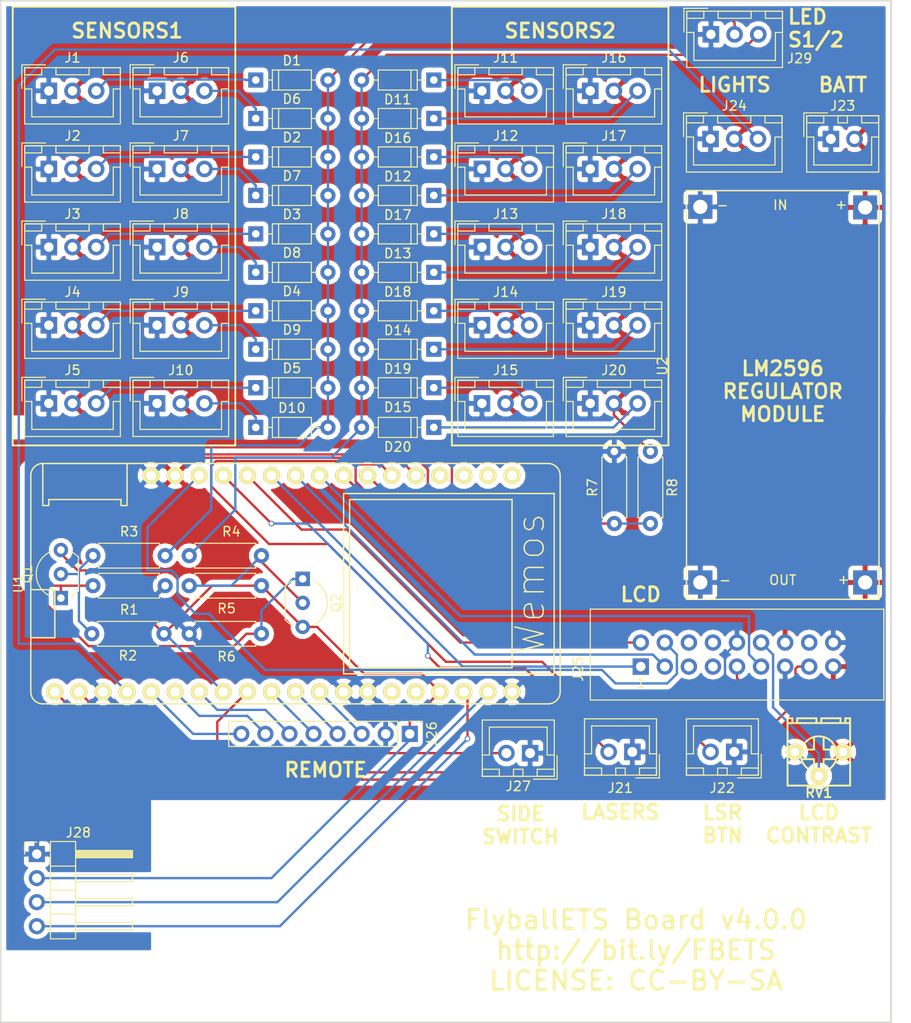
<source format=kicad_pcb>
(kicad_pcb (version 4) (host pcbnew 4.0.6)
  (layers (0 F.Cu signal) (31 B.Cu signal) (34 B.Paste user) (35 F.Paste user) (36 B.SilkS user) (37 F.SilkS user) (38 B.Mask user) (39 F.Mask user) (44 Edge.Cuts user))
  (net 0 "")
  (net 1 "Net-(D1-Pad1)")
  (net 2 S1)
  (net 3 "Net-(D2-Pad1)")
  (net 4 "Net-(D3-Pad1)")
  (net 5 "Net-(D4-Pad1)")
  (net 6 "Net-(D5-Pad1)")
  (net 7 "Net-(D6-Pad1)")
  (net 8 "Net-(D7-Pad1)")
  (net 9 "Net-(D8-Pad1)")
  (net 10 "Net-(D9-Pad1)")
  (net 11 "Net-(D10-Pad1)")
  (net 12 "Net-(D11-Pad1)")
  (net 13 S2)
  (net 14 "Net-(D12-Pad1)")
  (net 15 "Net-(D13-Pad1)")
  (net 16 "Net-(D14-Pad1)")
  (net 17 "Net-(D15-Pad1)")
  (net 18 "Net-(D16-Pad1)")
  (net 19 "Net-(D17-Pad1)")
  (net 20 "Net-(D18-Pad1)")
  (net 21 "Net-(D19-Pad1)")
  (net 22 "Net-(D20-Pad1)")
  (net 23 GND)
  (net 24 +12V)
  (net 25 LSROUT)
  (net 26 LSRBTN)
  (net 27 LDATA)
  (net 28 "Net-(J25-Pad5)")
  (net 29 "Net-(J25-Pad6)")
  (net 30 "Net-(J25-Pad7)")
  (net 31 "Net-(J25-Pad8)")
  (net 32 "Net-(J25-Pad12)")
  (net 33 +5V)
  (net 34 "Net-(J25-Pad16)")
  (net 35 "Net-(J26-Pad3)")
  (net 36 "Net-(J26-Pad4)")
  (net 37 "Net-(J26-Pad5)")
  (net 38 "Net-(J26-Pad6)")
  (net 39 "Net-(J26-Pad7)")
  (net 40 "Net-(J26-Pad8)")
  (net 41 "Net-(Q1-Pad2)")
  (net 42 S1-IN)
  (net 43 "Net-(Q2-Pad2)")
  (net 44 S2-IN)
  (net 45 "Net-(R7-Pad1)")
  (net 46 "Net-(U1-Pad22)")
  (net 47 SIDESW)
  (net 48 "Net-(U1-Pad2)")
  (net 49 /DB7)
  (net 50 /DB6)
  (net 51 /DB5)
  (net 52 E1)
  (net 53 /RS)
  (net 54 E2)
  (net 55 +3V3)
  (net 56 "Net-(U1-Pad4)")
  (net 57 "Net-(U1-Pad3)")
  (net 58 "Net-(J25-Pad4)")
  (net 59 GPSRX)
  (net 60 GPSTX)
  (net 61 "Net-(U1-Pad21)")
  (module Wemos:LoLin_32_Board (layer F.Cu) (at 95.885 95.885 270)
    (fp_text reference U1 (at 0 27.94 270) (layer F.SilkS))
    (fp_text value Wemos_LoLin32)
    (fp_text user Wemos (at 0 -26.035 270) (layer F.SilkS) (effects (font (size 3 3))))
    (pad 36 thru_hole circle (at 11.43 24.13 270) (size 1.8 1.8) (drill 1.016) (layers *.Cu *.Mask F.SilkS) (net 54 E2))
    (pad 35 thru_hole circle (at 11.43 21.59 270) (size 1.8 1.8) (drill 1.016) (layers *.Cu *.Mask F.SilkS) (net 52 E1))
    (pad 34 thru_hole circle (at 11.43 19.05 270) (size 1.8 1.8) (drill 1.016) (layers *.Cu *.Mask F.SilkS) (net 23 GND))
    (pad 33 thru_hole circle (at 11.43 16.51 270) (size 1.8 1.8) (drill 1.016) (layers *.Cu *.Mask F.SilkS) (net 27 LDATA))
    (pad 32 thru_hole circle (at 11.43 13.97 270) (size 1.8 1.8) (drill 1.016) (layers *.Cu *.Mask F.SilkS) (net 40 "Net-(J26-Pad8)"))
    (pad 31 thru_hole circle (at 11.43 11.43 270) (size 1.8 1.8) (drill 1.016) (layers *.Cu *.Mask F.SilkS) (net 39 "Net-(J26-Pad7)"))
    (pad 30 thru_hole circle (at 11.43 8.89 270) (size 1.8 1.8) (drill 1.016) (layers *.Cu *.Mask F.SilkS) (net 38 "Net-(J26-Pad6)"))
    (pad 29 thru_hole circle (at 11.43 6.35 270) (size 1.8 1.8) (drill 1.016) (layers *.Cu *.Mask F.SilkS) (net 55 +3V3))
    (pad 28 thru_hole circle (at 11.43 3.81 270) (size 1.8 1.8) (drill 1.016) (layers *.Cu *.Mask F.SilkS) (net 47 SIDESW))
    (pad 27 thru_hole circle (at 11.43 1.27 270) (size 1.8 1.8) (drill 1.016) (layers *.Cu *.Mask F.SilkS) (net 37 "Net-(J26-Pad5)"))
    (pad 26 thru_hole circle (at 11.43 -1.27 270) (size 1.8 1.8) (drill 1.016) (layers *.Cu *.Mask F.SilkS) (net 36 "Net-(J26-Pad4)"))
    (pad 25 thru_hole circle (at 11.43 -3.81 270) (size 1.8 1.8) (drill 1.016) (layers *.Cu *.Mask F.SilkS) (net 35 "Net-(J26-Pad3)"))
    (pad 16 thru_hole circle (at -11.43 13.97 270) (size 1.8 1.8) (drill 1.016) (layers *.Cu *.Mask F.SilkS) (net 23 GND))
    (pad 15 thru_hole circle (at -11.43 11.43 270) (size 1.8 1.8) (drill 1.016) (layers *.Cu *.Mask F.SilkS) (net 33 +5V))
    (pad 14 thru_hole circle (at -11.43 8.89 270) (size 1.8 1.8) (drill 1.016) (layers *.Cu *.Mask F.SilkS) (net 58 "Net-(J25-Pad4)"))
    (pad 13 thru_hole circle (at -11.43 6.35 270) (size 1.8 1.8) (drill 1.016) (layers *.Cu *.Mask F.SilkS) (net 25 LSROUT))
    (pad 12 thru_hole circle (at -11.43 3.81 270) (size 1.8 1.8) (drill 1.016) (layers *.Cu *.Mask F.SilkS) (net 50 /DB6))
    (pad 11 thru_hole circle (at -11.43 1.27 270) (size 1.8 1.8) (drill 1.016) (layers *.Cu *.Mask F.SilkS) (net 49 /DB7))
    (pad 10 thru_hole circle (at -11.43 -1.27 270) (size 1.8 1.8) (drill 1.016) (layers *.Cu *.Mask F.SilkS) (net 51 /DB5))
    (pad 9 thru_hole circle (at -11.43 -3.81 270) (size 1.8 1.8) (drill 1.016) (layers *.Cu *.Mask F.SilkS) (net 53 /RS))
    (pad 8 thru_hole circle (at -11.43 -6.35 270) (size 1.8 1.8) (drill 1.016) (layers *.Cu *.Mask F.SilkS) (net 45 "Net-(R7-Pad1)"))
    (pad 7 thru_hole circle (at -11.43 -8.89 270) (size 1.8 1.8) (drill 1.016) (layers *.Cu *.Mask F.SilkS) (net 42 S1-IN))
    (pad 6 thru_hole circle (at -11.43 -11.43 270) (size 1.8 1.8) (drill 1.016) (layers *.Cu *.Mask F.SilkS) (net 44 S2-IN))
    (pad 5 thru_hole circle (at -11.43 -13.97 270) (size 1.8 1.8) (drill 1.016) (layers *.Cu *.Mask F.SilkS) (net 26 LSRBTN))
    (pad 4 thru_hole circle (at -11.43 -16.51 270) (size 1.8 1.8) (drill 1.016) (layers *.Cu *.Mask F.SilkS) (net 56 "Net-(U1-Pad4)"))
    (pad 3 thru_hole circle (at -11.43 -19.05 270) (size 1.8 1.8) (drill 1.016) (layers *.Cu *.Mask F.SilkS) (net 57 "Net-(U1-Pad3)"))
    (pad 2 thru_hole circle (at -11.43 -21.59 270) (size 1.8 1.8) (drill 1.016) (layers *.Cu *.Mask F.SilkS) (net 48 "Net-(U1-Pad2)"))
    (pad 1 thru_hole circle (at -11.43 -24.13 270) (size 1.8 1.8) (drill 1.016) (layers *.Cu *.Mask F.SilkS) (net 55 +3V3))
    (pad 24 thru_hole circle (at 11.43 -6.35 270) (size 1.8 1.8) (drill 1.016) (layers *.Cu *.Mask F.SilkS) (net 23 GND))
    (pad 23 thru_hole circle (at 11.43 -8.89 270) (size 1.8 1.8) (drill 1.016) (layers *.Cu *.Mask F.SilkS) (net 23 GND))
    (pad 22 thru_hole circle (at 11.43 -11.43 270) (size 1.8 1.8) (drill 1.016) (layers *.Cu *.Mask F.SilkS) (net 46 "Net-(U1-Pad22)"))
    (pad 21 thru_hole circle (at 11.43 -13.97 270) (size 1.8 1.8) (drill 1.016) (layers *.Cu *.Mask F.SilkS) (net 61 "Net-(U1-Pad21)"))
    (pad 20 thru_hole circle (at 11.43 -16.51 270) (size 1.8 1.8) (drill 1.016) (layers *.Cu *.Mask F.SilkS) (net 55 +3V3))
    (pad 19 thru_hole circle (at 11.43 -19.05 270) (size 1.8 1.8) (drill 1.016) (layers *.Cu *.Mask F.SilkS) (net 60 GPSTX))
    (pad 18 thru_hole circle (at 11.43 -21.59 270) (size 1.8 1.8) (drill 1.016) (layers *.Cu *.Mask F.SilkS) (net 59 GPSRX))
    (pad 17 thru_hole circle (at 11.43 -24.13 270) (size 1.8 1.8) (drill 1.016) (layers *.Cu *.Mask F.SilkS) (net 23 GND))
  )
  (module Diodes_THT:D_DO-35_SOD27_P7.62mm_Horizontal (layer F.Cu) (at 92.964 42.672)
    (fp_text reference D1 (at 3.81 -2.06) (layer F.SilkS))
    (fp_text value D)
    (pad 1 thru_hole rect (at 0 0) (size 1.6 1.6) (drill 0.8) (layers *.Cu *.Mask) (net 1 "Net-(D1-Pad1)"))
    (pad 2 thru_hole oval (at 7.62 0) (size 1.6 1.6) (drill 0.8) (layers *.Cu *.Mask) (net 2 S1))
  )
  (module Diodes_THT:D_DO-35_SOD27_P7.62mm_Horizontal (layer F.Cu) (at 92.964 50.8)
    (fp_text reference D2 (at 3.81 -2.06) (layer F.SilkS))
    (fp_text value D)
    (pad 1 thru_hole rect (at 0 0) (size 1.6 1.6) (drill 0.8) (layers *.Cu *.Mask) (net 3 "Net-(D2-Pad1)"))
    (pad 2 thru_hole oval (at 7.62 0) (size 1.6 1.6) (drill 0.8) (layers *.Cu *.Mask) (net 2 S1))
  )
  (module Diodes_THT:D_DO-35_SOD27_P7.62mm_Horizontal (layer F.Cu) (at 92.964 58.928)
    (fp_text reference D3 (at 3.81 -2.06) (layer F.SilkS))
    (fp_text value D)
    (pad 1 thru_hole rect (at 0 0) (size 1.6 1.6) (drill 0.8) (layers *.Cu *.Mask) (net 4 "Net-(D3-Pad1)"))
    (pad 2 thru_hole oval (at 7.62 0) (size 1.6 1.6) (drill 0.8) (layers *.Cu *.Mask) (net 2 S1))
  )
  (module Diodes_THT:D_DO-35_SOD27_P7.62mm_Horizontal (layer F.Cu) (at 92.964 67.056)
    (fp_text reference D4 (at 3.81 -2.06) (layer F.SilkS))
    (fp_text value D)
    (pad 1 thru_hole rect (at 0 0) (size 1.6 1.6) (drill 0.8) (layers *.Cu *.Mask) (net 5 "Net-(D4-Pad1)"))
    (pad 2 thru_hole oval (at 7.62 0) (size 1.6 1.6) (drill 0.8) (layers *.Cu *.Mask) (net 2 S1))
  )
  (module Diodes_THT:D_DO-35_SOD27_P7.62mm_Horizontal (layer F.Cu) (at 92.964 75.184)
    (fp_text reference D5 (at 3.81 -2.06) (layer F.SilkS))
    (fp_text value D)
    (pad 1 thru_hole rect (at 0 0) (size 1.6 1.6) (drill 0.8) (layers *.Cu *.Mask) (net 6 "Net-(D5-Pad1)"))
    (pad 2 thru_hole oval (at 7.62 0) (size 1.6 1.6) (drill 0.8) (layers *.Cu *.Mask) (net 2 S1))
  )
  (module Diodes_THT:D_DO-35_SOD27_P7.62mm_Horizontal (layer F.Cu) (at 92.964 46.736)
    (fp_text reference D6 (at 3.81 -2.06) (layer F.SilkS))
    (fp_text value D)
    (pad 1 thru_hole rect (at 0 0) (size 1.6 1.6) (drill 0.8) (layers *.Cu *.Mask) (net 7 "Net-(D6-Pad1)"))
    (pad 2 thru_hole oval (at 7.62 0) (size 1.6 1.6) (drill 0.8) (layers *.Cu *.Mask) (net 2 S1))
  )
  (module Diodes_THT:D_DO-35_SOD27_P7.62mm_Horizontal (layer F.Cu) (at 92.964 54.864)
    (fp_text reference D7 (at 3.81 -2.06) (layer F.SilkS))
    (fp_text value D)
    (pad 1 thru_hole rect (at 0 0) (size 1.6 1.6) (drill 0.8) (layers *.Cu *.Mask) (net 8 "Net-(D7-Pad1)"))
    (pad 2 thru_hole oval (at 7.62 0) (size 1.6 1.6) (drill 0.8) (layers *.Cu *.Mask) (net 2 S1))
  )
  (module Diodes_THT:D_DO-35_SOD27_P7.62mm_Horizontal (layer F.Cu) (at 92.964 62.992)
    (fp_text reference D8 (at 3.81 -2.06) (layer F.SilkS))
    (fp_text value D)
    (pad 1 thru_hole rect (at 0 0) (size 1.6 1.6) (drill 0.8) (layers *.Cu *.Mask) (net 9 "Net-(D8-Pad1)"))
    (pad 2 thru_hole oval (at 7.62 0) (size 1.6 1.6) (drill 0.8) (layers *.Cu *.Mask) (net 2 S1))
  )
  (module Diodes_THT:D_DO-35_SOD27_P7.62mm_Horizontal (layer F.Cu) (at 92.964 71.12)
    (fp_text reference D9 (at 3.81 -2.06) (layer F.SilkS))
    (fp_text value D)
    (pad 1 thru_hole rect (at 0 0) (size 1.6 1.6) (drill 0.8) (layers *.Cu *.Mask) (net 10 "Net-(D9-Pad1)"))
    (pad 2 thru_hole oval (at 7.62 0) (size 1.6 1.6) (drill 0.8) (layers *.Cu *.Mask) (net 2 S1))
  )
  (module Diodes_THT:D_DO-35_SOD27_P7.62mm_Horizontal (layer F.Cu) (at 92.964 79.375)
    (fp_text reference D10 (at 3.81 -2.06) (layer F.SilkS))
    (fp_text value D)
    (pad 1 thru_hole rect (at 0 0) (size 1.6 1.6) (drill 0.8) (layers *.Cu *.Mask) (net 11 "Net-(D10-Pad1)"))
    (pad 2 thru_hole oval (at 7.62 0) (size 1.6 1.6) (drill 0.8) (layers *.Cu *.Mask) (net 2 S1))
  )
  (module Diodes_THT:D_DO-35_SOD27_P7.62mm_Horizontal (layer F.Cu) (at 111.76 42.672 180)
    (fp_text reference D11 (at 3.81 -2.06 180) (layer F.SilkS))
    (fp_text value D)
    (pad 1 thru_hole rect (at 0 0 180) (size 1.6 1.6) (drill 0.8) (layers *.Cu *.Mask) (net 12 "Net-(D11-Pad1)"))
    (pad 2 thru_hole oval (at 7.62 0 180) (size 1.6 1.6) (drill 0.8) (layers *.Cu *.Mask) (net 13 S2))
  )
  (module Diodes_THT:D_DO-35_SOD27_P7.62mm_Horizontal (layer F.Cu) (at 111.76 50.8 180)
    (fp_text reference D12 (at 3.81 -2.06 180) (layer F.SilkS))
    (fp_text value D)
    (pad 1 thru_hole rect (at 0 0 180) (size 1.6 1.6) (drill 0.8) (layers *.Cu *.Mask) (net 14 "Net-(D12-Pad1)"))
    (pad 2 thru_hole oval (at 7.62 0 180) (size 1.6 1.6) (drill 0.8) (layers *.Cu *.Mask) (net 13 S2))
  )
  (module Diodes_THT:D_DO-35_SOD27_P7.62mm_Horizontal (layer F.Cu) (at 111.76 58.928 180)
    (fp_text reference D13 (at 3.81 -2.06 180) (layer F.SilkS))
    (fp_text value D)
    (pad 1 thru_hole rect (at 0 0 180) (size 1.6 1.6) (drill 0.8) (layers *.Cu *.Mask) (net 15 "Net-(D13-Pad1)"))
    (pad 2 thru_hole oval (at 7.62 0 180) (size 1.6 1.6) (drill 0.8) (layers *.Cu *.Mask) (net 13 S2))
  )
  (module Diodes_THT:D_DO-35_SOD27_P7.62mm_Horizontal (layer F.Cu) (at 111.76 67.056 180)
    (fp_text reference D14 (at 3.81 -2.06 180) (layer F.SilkS))
    (fp_text value D)
    (pad 1 thru_hole rect (at 0 0 180) (size 1.6 1.6) (drill 0.8) (layers *.Cu *.Mask) (net 16 "Net-(D14-Pad1)"))
    (pad 2 thru_hole oval (at 7.62 0 180) (size 1.6 1.6) (drill 0.8) (layers *.Cu *.Mask) (net 13 S2))
  )
  (module Diodes_THT:D_DO-35_SOD27_P7.62mm_Horizontal (layer F.Cu) (at 111.76 75.184 180)
    (fp_text reference D15 (at 3.81 -2.06 180) (layer F.SilkS))
    (fp_text value D)
    (pad 1 thru_hole rect (at 0 0 180) (size 1.6 1.6) (drill 0.8) (layers *.Cu *.Mask) (net 17 "Net-(D15-Pad1)"))
    (pad 2 thru_hole oval (at 7.62 0 180) (size 1.6 1.6) (drill 0.8) (layers *.Cu *.Mask) (net 13 S2))
  )
  (module Diodes_THT:D_DO-35_SOD27_P7.62mm_Horizontal (layer F.Cu) (at 111.76 46.736 180)
    (fp_text reference D16 (at 3.81 -2.06 180) (layer F.SilkS))
    (fp_text value D)
    (pad 1 thru_hole rect (at 0 0 180) (size 1.6 1.6) (drill 0.8) (layers *.Cu *.Mask) (net 18 "Net-(D16-Pad1)"))
    (pad 2 thru_hole oval (at 7.62 0 180) (size 1.6 1.6) (drill 0.8) (layers *.Cu *.Mask) (net 13 S2))
  )
  (module Diodes_THT:D_DO-35_SOD27_P7.62mm_Horizontal (layer F.Cu) (at 111.76 54.864 180)
    (fp_text reference D17 (at 3.81 -2.06 180) (layer F.SilkS))
    (fp_text value D)
    (pad 1 thru_hole rect (at 0 0 180) (size 1.6 1.6) (drill 0.8) (layers *.Cu *.Mask) (net 19 "Net-(D17-Pad1)"))
    (pad 2 thru_hole oval (at 7.62 0 180) (size 1.6 1.6) (drill 0.8) (layers *.Cu *.Mask) (net 13 S2))
  )
  (module Diodes_THT:D_DO-35_SOD27_P7.62mm_Horizontal (layer F.Cu) (at 111.76 62.992 180)
    (fp_text reference D18 (at 3.81 -2.06 180) (layer F.SilkS))
    (fp_text value D)
    (pad 1 thru_hole rect (at 0 0 180) (size 1.6 1.6) (drill 0.8) (layers *.Cu *.Mask) (net 20 "Net-(D18-Pad1)"))
    (pad 2 thru_hole oval (at 7.62 0 180) (size 1.6 1.6) (drill 0.8) (layers *.Cu *.Mask) (net 13 S2))
  )
  (module Diodes_THT:D_DO-35_SOD27_P7.62mm_Horizontal (layer F.Cu) (at 111.76 71.12 180)
    (fp_text reference D19 (at 3.81 -2.06 180) (layer F.SilkS))
    (fp_text value D)
    (pad 1 thru_hole rect (at 0 0 180) (size 1.6 1.6) (drill 0.8) (layers *.Cu *.Mask) (net 21 "Net-(D19-Pad1)"))
    (pad 2 thru_hole oval (at 7.62 0 180) (size 1.6 1.6) (drill 0.8) (layers *.Cu *.Mask) (net 13 S2))
  )
  (module Diodes_THT:D_DO-35_SOD27_P7.62mm_Horizontal (layer F.Cu) (at 111.76 79.375 180)
    (fp_text reference D20 (at 3.81 -2.06 180) (layer F.SilkS))
    (fp_text value D)
    (pad 1 thru_hole rect (at 0 0 180) (size 1.6 1.6) (drill 0.8) (layers *.Cu *.Mask) (net 22 "Net-(D20-Pad1)"))
    (pad 2 thru_hole oval (at 7.62 0 180) (size 1.6 1.6) (drill 0.8) (layers *.Cu *.Mask) (net 13 S2))
  )
  (module Connectors_JST:JST_XH_B03B-XH-A_03x2.50mm_Straight (layer F.Cu) (at 71.12 43.815)
    (fp_text reference J1 (at 2.5 -3.5) (layer F.SilkS))
    (fp_text value CONN_01X03)
    (pad 1 thru_hole rect (at 0 0) (size 1.75 1.75) (drill 1) (layers *.Cu *.Mask) (net 23 GND))
    (pad 2 thru_hole circle (at 2.5 0) (size 1.75 1.75) (drill 1) (layers *.Cu *.Mask) (net 24 +12V))
    (pad 3 thru_hole circle (at 5 0) (size 1.75 1.75) (drill 1) (layers *.Cu *.Mask) (net 1 "Net-(D1-Pad1)"))
  )
  (module Connectors_JST:JST_XH_B03B-XH-A_03x2.50mm_Straight (layer F.Cu) (at 71.12 52.07)
    (fp_text reference J2 (at 2.5 -3.5) (layer F.SilkS))
    (fp_text value CONN_01X03)
    (pad 1 thru_hole rect (at 0 0) (size 1.75 1.75) (drill 1) (layers *.Cu *.Mask) (net 23 GND))
    (pad 2 thru_hole circle (at 2.5 0) (size 1.75 1.75) (drill 1) (layers *.Cu *.Mask) (net 24 +12V))
    (pad 3 thru_hole circle (at 5 0) (size 1.75 1.75) (drill 1) (layers *.Cu *.Mask) (net 3 "Net-(D2-Pad1)"))
  )
  (module Connectors_JST:JST_XH_B03B-XH-A_03x2.50mm_Straight (layer F.Cu) (at 71.12 60.325)
    (fp_text reference J3 (at 2.5 -3.5) (layer F.SilkS))
    (fp_text value CONN_01X03)
    (pad 1 thru_hole rect (at 0 0) (size 1.75 1.75) (drill 1) (layers *.Cu *.Mask) (net 23 GND))
    (pad 2 thru_hole circle (at 2.5 0) (size 1.75 1.75) (drill 1) (layers *.Cu *.Mask) (net 24 +12V))
    (pad 3 thru_hole circle (at 5 0) (size 1.75 1.75) (drill 1) (layers *.Cu *.Mask) (net 4 "Net-(D3-Pad1)"))
  )
  (module Connectors_JST:JST_XH_B03B-XH-A_03x2.50mm_Straight (layer F.Cu) (at 71.12 68.58)
    (fp_text reference J4 (at 2.5 -3.5) (layer F.SilkS))
    (fp_text value CONN_01X03)
    (pad 1 thru_hole rect (at 0 0) (size 1.75 1.75) (drill 1) (layers *.Cu *.Mask) (net 23 GND))
    (pad 2 thru_hole circle (at 2.5 0) (size 1.75 1.75) (drill 1) (layers *.Cu *.Mask) (net 24 +12V))
    (pad 3 thru_hole circle (at 5 0) (size 1.75 1.75) (drill 1) (layers *.Cu *.Mask) (net 5 "Net-(D4-Pad1)"))
  )
  (module Connectors_JST:JST_XH_B03B-XH-A_03x2.50mm_Straight (layer F.Cu) (at 71.12 76.835)
    (fp_text reference J5 (at 2.5 -3.5) (layer F.SilkS))
    (fp_text value CONN_01X03)
    (pad 1 thru_hole rect (at 0 0) (size 1.75 1.75) (drill 1) (layers *.Cu *.Mask) (net 23 GND))
    (pad 2 thru_hole circle (at 2.5 0) (size 1.75 1.75) (drill 1) (layers *.Cu *.Mask) (net 24 +12V))
    (pad 3 thru_hole circle (at 5 0) (size 1.75 1.75) (drill 1) (layers *.Cu *.Mask) (net 6 "Net-(D5-Pad1)"))
  )
  (module Connectors_JST:JST_XH_B03B-XH-A_03x2.50mm_Straight (layer F.Cu) (at 82.55 43.815)
    (fp_text reference J6 (at 2.5 -3.5) (layer F.SilkS))
    (fp_text value CONN_01X03)
    (pad 1 thru_hole rect (at 0 0) (size 1.75 1.75) (drill 1) (layers *.Cu *.Mask) (net 23 GND))
    (pad 2 thru_hole circle (at 2.5 0) (size 1.75 1.75) (drill 1) (layers *.Cu *.Mask) (net 24 +12V))
    (pad 3 thru_hole circle (at 5 0) (size 1.75 1.75) (drill 1) (layers *.Cu *.Mask) (net 7 "Net-(D6-Pad1)"))
  )
  (module Connectors_JST:JST_XH_B03B-XH-A_03x2.50mm_Straight (layer F.Cu) (at 82.55 52.07)
    (fp_text reference J7 (at 2.5 -3.5) (layer F.SilkS))
    (fp_text value CONN_01X03)
    (pad 1 thru_hole rect (at 0 0) (size 1.75 1.75) (drill 1) (layers *.Cu *.Mask) (net 23 GND))
    (pad 2 thru_hole circle (at 2.5 0) (size 1.75 1.75) (drill 1) (layers *.Cu *.Mask) (net 24 +12V))
    (pad 3 thru_hole circle (at 5 0) (size 1.75 1.75) (drill 1) (layers *.Cu *.Mask) (net 8 "Net-(D7-Pad1)"))
  )
  (module Connectors_JST:JST_XH_B03B-XH-A_03x2.50mm_Straight (layer F.Cu) (at 82.55 60.325)
    (fp_text reference J8 (at 2.5 -3.5) (layer F.SilkS))
    (fp_text value CONN_01X03)
    (pad 1 thru_hole rect (at 0 0) (size 1.75 1.75) (drill 1) (layers *.Cu *.Mask) (net 23 GND))
    (pad 2 thru_hole circle (at 2.5 0) (size 1.75 1.75) (drill 1) (layers *.Cu *.Mask) (net 24 +12V))
    (pad 3 thru_hole circle (at 5 0) (size 1.75 1.75) (drill 1) (layers *.Cu *.Mask) (net 9 "Net-(D8-Pad1)"))
  )
  (module Connectors_JST:JST_XH_B03B-XH-A_03x2.50mm_Straight (layer F.Cu) (at 82.55 68.58)
    (fp_text reference J9 (at 2.5 -3.5) (layer F.SilkS))
    (fp_text value CONN_01X03)
    (pad 1 thru_hole rect (at 0 0) (size 1.75 1.75) (drill 1) (layers *.Cu *.Mask) (net 23 GND))
    (pad 2 thru_hole circle (at 2.5 0) (size 1.75 1.75) (drill 1) (layers *.Cu *.Mask) (net 24 +12V))
    (pad 3 thru_hole circle (at 5 0) (size 1.75 1.75) (drill 1) (layers *.Cu *.Mask) (net 10 "Net-(D9-Pad1)"))
  )
  (module Connectors_JST:JST_XH_B03B-XH-A_03x2.50mm_Straight (layer F.Cu) (at 82.55 76.835)
    (fp_text reference J10 (at 2.5 -3.5) (layer F.SilkS))
    (fp_text value CONN_01X03)
    (pad 1 thru_hole rect (at 0 0) (size 1.75 1.75) (drill 1) (layers *.Cu *.Mask) (net 23 GND))
    (pad 2 thru_hole circle (at 2.5 0) (size 1.75 1.75) (drill 1) (layers *.Cu *.Mask) (net 24 +12V))
    (pad 3 thru_hole circle (at 5 0) (size 1.75 1.75) (drill 1) (layers *.Cu *.Mask) (net 11 "Net-(D10-Pad1)"))
  )
  (module Connectors_JST:JST_XH_B03B-XH-A_03x2.50mm_Straight (layer F.Cu) (at 116.84 43.815)
    (fp_text reference J11 (at 2.5 -3.5) (layer F.SilkS))
    (fp_text value CONN_01X03)
    (pad 1 thru_hole rect (at 0 0) (size 1.75 1.75) (drill 1) (layers *.Cu *.Mask) (net 23 GND))
    (pad 2 thru_hole circle (at 2.5 0) (size 1.75 1.75) (drill 1) (layers *.Cu *.Mask) (net 24 +12V))
    (pad 3 thru_hole circle (at 5 0) (size 1.75 1.75) (drill 1) (layers *.Cu *.Mask) (net 12 "Net-(D11-Pad1)"))
  )
  (module Connectors_JST:JST_XH_B03B-XH-A_03x2.50mm_Straight (layer F.Cu) (at 116.84 52.07)
    (fp_text reference J12 (at 2.5 -3.5) (layer F.SilkS))
    (fp_text value CONN_01X03)
    (pad 1 thru_hole rect (at 0 0) (size 1.75 1.75) (drill 1) (layers *.Cu *.Mask) (net 23 GND))
    (pad 2 thru_hole circle (at 2.5 0) (size 1.75 1.75) (drill 1) (layers *.Cu *.Mask) (net 24 +12V))
    (pad 3 thru_hole circle (at 5 0) (size 1.75 1.75) (drill 1) (layers *.Cu *.Mask) (net 14 "Net-(D12-Pad1)"))
  )
  (module Connectors_JST:JST_XH_B03B-XH-A_03x2.50mm_Straight (layer F.Cu) (at 116.84 60.325)
    (fp_text reference J13 (at 2.5 -3.5) (layer F.SilkS))
    (fp_text value CONN_01X03)
    (pad 1 thru_hole rect (at 0 0) (size 1.75 1.75) (drill 1) (layers *.Cu *.Mask) (net 23 GND))
    (pad 2 thru_hole circle (at 2.5 0) (size 1.75 1.75) (drill 1) (layers *.Cu *.Mask) (net 24 +12V))
    (pad 3 thru_hole circle (at 5 0) (size 1.75 1.75) (drill 1) (layers *.Cu *.Mask) (net 15 "Net-(D13-Pad1)"))
  )
  (module Connectors_JST:JST_XH_B03B-XH-A_03x2.50mm_Straight (layer F.Cu) (at 116.84 68.58)
    (fp_text reference J14 (at 2.5 -3.5) (layer F.SilkS))
    (fp_text value CONN_01X03)
    (pad 1 thru_hole rect (at 0 0) (size 1.75 1.75) (drill 1) (layers *.Cu *.Mask) (net 23 GND))
    (pad 2 thru_hole circle (at 2.5 0) (size 1.75 1.75) (drill 1) (layers *.Cu *.Mask) (net 24 +12V))
    (pad 3 thru_hole circle (at 5 0) (size 1.75 1.75) (drill 1) (layers *.Cu *.Mask) (net 16 "Net-(D14-Pad1)"))
  )
  (module Connectors_JST:JST_XH_B03B-XH-A_03x2.50mm_Straight (layer F.Cu) (at 116.84 76.835)
    (fp_text reference J15 (at 2.5 -3.5) (layer F.SilkS))
    (fp_text value CONN_01X03)
    (pad 1 thru_hole rect (at 0 0) (size 1.75 1.75) (drill 1) (layers *.Cu *.Mask) (net 23 GND))
    (pad 2 thru_hole circle (at 2.5 0) (size 1.75 1.75) (drill 1) (layers *.Cu *.Mask) (net 24 +12V))
    (pad 3 thru_hole circle (at 5 0) (size 1.75 1.75) (drill 1) (layers *.Cu *.Mask) (net 17 "Net-(D15-Pad1)"))
  )
  (module Connectors_JST:JST_XH_B03B-XH-A_03x2.50mm_Straight (layer F.Cu) (at 128.27 43.815)
    (fp_text reference J16 (at 2.5 -3.5) (layer F.SilkS))
    (fp_text value CONN_01X03)
    (pad 1 thru_hole rect (at 0 0) (size 1.75 1.75) (drill 1) (layers *.Cu *.Mask) (net 23 GND))
    (pad 2 thru_hole circle (at 2.5 0) (size 1.75 1.75) (drill 1) (layers *.Cu *.Mask) (net 24 +12V))
    (pad 3 thru_hole circle (at 5 0) (size 1.75 1.75) (drill 1) (layers *.Cu *.Mask) (net 18 "Net-(D16-Pad1)"))
  )
  (module Connectors_JST:JST_XH_B03B-XH-A_03x2.50mm_Straight (layer F.Cu) (at 128.27 52.07)
    (fp_text reference J17 (at 2.5 -3.5) (layer F.SilkS))
    (fp_text value CONN_01X03)
    (pad 1 thru_hole rect (at 0 0) (size 1.75 1.75) (drill 1) (layers *.Cu *.Mask) (net 23 GND))
    (pad 2 thru_hole circle (at 2.5 0) (size 1.75 1.75) (drill 1) (layers *.Cu *.Mask) (net 24 +12V))
    (pad 3 thru_hole circle (at 5 0) (size 1.75 1.75) (drill 1) (layers *.Cu *.Mask) (net 19 "Net-(D17-Pad1)"))
  )
  (module Connectors_JST:JST_XH_B03B-XH-A_03x2.50mm_Straight (layer F.Cu) (at 128.27 60.325)
    (fp_text reference J18 (at 2.5 -3.5) (layer F.SilkS))
    (fp_text value CONN_01X03)
    (pad 1 thru_hole rect (at 0 0) (size 1.75 1.75) (drill 1) (layers *.Cu *.Mask) (net 23 GND))
    (pad 2 thru_hole circle (at 2.5 0) (size 1.75 1.75) (drill 1) (layers *.Cu *.Mask) (net 24 +12V))
    (pad 3 thru_hole circle (at 5 0) (size 1.75 1.75) (drill 1) (layers *.Cu *.Mask) (net 20 "Net-(D18-Pad1)"))
  )
  (module Connectors_JST:JST_XH_B03B-XH-A_03x2.50mm_Straight (layer F.Cu) (at 128.27 68.58)
    (fp_text reference J19 (at 2.5 -3.5) (layer F.SilkS))
    (fp_text value CONN_01X03)
    (pad 1 thru_hole rect (at 0 0) (size 1.75 1.75) (drill 1) (layers *.Cu *.Mask) (net 23 GND))
    (pad 2 thru_hole circle (at 2.5 0) (size 1.75 1.75) (drill 1) (layers *.Cu *.Mask) (net 24 +12V))
    (pad 3 thru_hole circle (at 5 0) (size 1.75 1.75) (drill 1) (layers *.Cu *.Mask) (net 21 "Net-(D19-Pad1)"))
  )
  (module Connectors_JST:JST_XH_B03B-XH-A_03x2.50mm_Straight (layer F.Cu) (at 128.27 76.835)
    (fp_text reference J20 (at 2.5 -3.5) (layer F.SilkS))
    (fp_text value CONN_01X03)
    (pad 1 thru_hole rect (at 0 0) (size 1.75 1.75) (drill 1) (layers *.Cu *.Mask) (net 23 GND))
    (pad 2 thru_hole circle (at 2.5 0) (size 1.75 1.75) (drill 1) (layers *.Cu *.Mask) (net 24 +12V))
    (pad 3 thru_hole circle (at 5 0) (size 1.75 1.75) (drill 1) (layers *.Cu *.Mask) (net 22 "Net-(D20-Pad1)"))
  )
  (module Connectors_JST:JST_XH_B02B-XH-A_02x2.50mm_Straight (layer F.Cu) (at 132.715 113.665 180)
    (fp_text reference J21 (at 1.27 -3.81 180) (layer F.SilkS))
    (fp_text value CONN_01X02)
    (pad 1 thru_hole rect (at 0 0 180) (size 1.75 1.75) (drill 1.05) (layers *.Cu *.Mask) (net 23 GND))
    (pad 2 thru_hole circle (at 2.5 0 180) (size 1.75 1.75) (drill 1.05) (layers *.Cu *.Mask) (net 25 LSROUT))
  )
  (module Connectors_JST:JST_XH_B02B-XH-A_02x2.50mm_Straight (layer F.Cu) (at 143.47 113.665 180)
    (fp_text reference J22 (at 1.27 -3.81 180) (layer F.SilkS))
    (fp_text value CONN_01X02)
    (pad 1 thru_hole rect (at 0 0 180) (size 1.75 1.75) (drill 1.05) (layers *.Cu *.Mask) (net 23 GND))
    (pad 2 thru_hole circle (at 2.5 0 180) (size 1.75 1.75) (drill 1.05) (layers *.Cu *.Mask) (net 26 LSRBTN))
  )
  (module Connectors_JST:JST_XH_B02B-XH-A_02x2.50mm_Straight (layer F.Cu) (at 153.67 48.895)
    (fp_text reference J23 (at 1.25 -3.5) (layer F.SilkS))
    (fp_text value CONN_01X02)
    (pad 1 thru_hole rect (at 0 0) (size 1.75 1.75) (drill 1.05) (layers *.Cu *.Mask) (net 23 GND))
    (pad 2 thru_hole circle (at 2.5 0) (size 1.75 1.75) (drill 1.05) (layers *.Cu *.Mask) (net 24 +12V))
  )
  (module Connectors_JST:JST_XH_B03B-XH-A_03x2.50mm_Straight (layer F.Cu) (at 140.97 48.895)
    (fp_text reference J24 (at 2.5 -3.5) (layer F.SilkS))
    (fp_text value CONN_01X03)
    (pad 1 thru_hole rect (at 0 0) (size 1.75 1.75) (drill 1) (layers *.Cu *.Mask) (net 23 GND))
    (pad 2 thru_hole circle (at 2.5 0) (size 1.75 1.75) (drill 1) (layers *.Cu *.Mask) (net 24 +12V))
    (pad 3 thru_hole circle (at 5 0) (size 1.75 1.75) (drill 1) (layers *.Cu *.Mask) (net 27 LDATA))
  )
  (module Pin_Headers:Pin_Header_Straight_1x08_Pitch2.54mm (layer F.Cu) (at 109.22 111.76 270)
    (fp_text reference J26 (at 0 -2.33 270) (layer F.SilkS))
    (fp_text value CONN_01X08)
    (pad 1 thru_hole rect (at 0 0 270) (size 1.7 1.7) (drill 1) (layers *.Cu *.Mask) (net 55 +3V3))
    (pad 2 thru_hole oval (at 0 2.54 270) (size 1.7 1.7) (drill 1) (layers *.Cu *.Mask) (net 23 GND))
    (pad 3 thru_hole oval (at 0 5.08 270) (size 1.7 1.7) (drill 1) (layers *.Cu *.Mask) (net 35 "Net-(J26-Pad3)"))
    (pad 4 thru_hole oval (at 0 7.62 270) (size 1.7 1.7) (drill 1) (layers *.Cu *.Mask) (net 36 "Net-(J26-Pad4)"))
    (pad 5 thru_hole oval (at 0 10.16 270) (size 1.7 1.7) (drill 1) (layers *.Cu *.Mask) (net 37 "Net-(J26-Pad5)"))
    (pad 6 thru_hole oval (at 0 12.7 270) (size 1.7 1.7) (drill 1) (layers *.Cu *.Mask) (net 38 "Net-(J26-Pad6)"))
    (pad 7 thru_hole oval (at 0 15.24 270) (size 1.7 1.7) (drill 1) (layers *.Cu *.Mask) (net 39 "Net-(J26-Pad7)"))
    (pad 8 thru_hole oval (at 0 17.78 270) (size 1.7 1.7) (drill 1) (layers *.Cu *.Mask) (net 40 "Net-(J26-Pad8)"))
  )
  (module Resistors_THT:R_Axial_DIN0207_L6.3mm_D2.5mm_P7.62mm_Horizontal (layer F.Cu) (at 83.401745 96.100389 180)
    (fp_text reference R1 (at 3.81 -2.54 180) (layer F.SilkS))
    (fp_text value 4k7)
    (pad 1 thru_hole circle (at 0 0 180) (size 1.6 1.6) (drill 0.8) (layers *.Cu *.Mask) (net 23 GND))
    (pad 2 thru_hole oval (at 7.62 0 180) (size 1.6 1.6) (drill 0.8) (layers *.Cu *.Mask) (net 42 S1-IN))
  )
  (module Resistors_THT:R_Axial_DIN0207_L6.3mm_D2.5mm_P7.62mm_Horizontal (layer F.Cu) (at 83.274745 101.180389 180)
    (fp_text reference R2 (at 3.81 -2.31 180) (layer F.SilkS))
    (fp_text value 1k)
    (pad 1 thru_hole circle (at 0 0 180) (size 1.6 1.6) (drill 0.8) (layers *.Cu *.Mask) (net 55 +3V3))
    (pad 2 thru_hole oval (at 7.62 0 180) (size 1.6 1.6) (drill 0.8) (layers *.Cu *.Mask) (net 41 "Net-(Q1-Pad2)"))
  )
  (module Resistors_THT:R_Axial_DIN0207_L6.3mm_D2.5mm_P7.62mm_Horizontal (layer F.Cu) (at 75.781745 92.925389)
    (fp_text reference R3 (at 3.81 -2.54) (layer F.SilkS))
    (fp_text value 2k2)
    (pad 1 thru_hole circle (at 0 0) (size 1.6 1.6) (drill 0.8) (layers *.Cu *.Mask) (net 41 "Net-(Q1-Pad2)"))
    (pad 2 thru_hole oval (at 7.62 0) (size 1.6 1.6) (drill 0.8) (layers *.Cu *.Mask) (net 2 S1))
  )
  (module Resistors_THT:R_Axial_DIN0207_L6.3mm_D2.5mm_P7.62mm_Horizontal (layer F.Cu) (at 93.561745 92.925389 180)
    (fp_text reference R4 (at 3.175 2.54 180) (layer F.SilkS))
    (fp_text value 2k2)
    (pad 1 thru_hole circle (at 0 0 180) (size 1.6 1.6) (drill 0.8) (layers *.Cu *.Mask) (net 43 "Net-(Q2-Pad2)"))
    (pad 2 thru_hole oval (at 7.62 0 180) (size 1.6 1.6) (drill 0.8) (layers *.Cu *.Mask) (net 13 S2))
  )
  (module Resistors_THT:R_Axial_DIN0207_L6.3mm_D2.5mm_P7.62mm_Horizontal (layer F.Cu) (at 93.561745 96.100389 180)
    (fp_text reference R5 (at 3.683 -2.413 180) (layer F.SilkS))
    (fp_text value 1k)
    (pad 1 thru_hole circle (at 0 0 180) (size 1.6 1.6) (drill 0.8) (layers *.Cu *.Mask) (net 55 +3V3))
    (pad 2 thru_hole oval (at 7.62 0 180) (size 1.6 1.6) (drill 0.8) (layers *.Cu *.Mask) (net 43 "Net-(Q2-Pad2)"))
  )
  (module Resistors_THT:R_Axial_DIN0207_L6.3mm_D2.5mm_P7.62mm_Horizontal (layer F.Cu) (at 85.941745 101.180389)
    (fp_text reference R6 (at 3.937 2.413) (layer F.SilkS))
    (fp_text value 4k7)
    (pad 1 thru_hole circle (at 0 0) (size 1.6 1.6) (drill 0.8) (layers *.Cu *.Mask) (net 23 GND))
    (pad 2 thru_hole oval (at 7.62 0) (size 1.6 1.6) (drill 0.8) (layers *.Cu *.Mask) (net 44 S2-IN))
  )
  (module Resistors_THT:R_Axial_DIN0207_L6.3mm_D2.5mm_P7.62mm_Horizontal (layer F.Cu) (at 130.81 89.535 90)
    (fp_text reference R7 (at 3.81 -2.31 90) (layer F.SilkS))
    (fp_text value 10k)
    (pad 1 thru_hole circle (at 0 0 90) (size 1.6 1.6) (drill 0.8) (layers *.Cu *.Mask) (net 45 "Net-(R7-Pad1)"))
    (pad 2 thru_hole oval (at 7.62 0 90) (size 1.6 1.6) (drill 0.8) (layers *.Cu *.Mask) (net 23 GND))
  )
  (module Resistors_THT:R_Axial_DIN0207_L6.3mm_D2.5mm_P7.62mm_Horizontal (layer F.Cu) (at 134.62 81.915 270)
    (fp_text reference R8 (at 3.81 -2.31 270) (layer F.SilkS))
    (fp_text value 33k)
    (pad 1 thru_hole circle (at 0 0 270) (size 1.6 1.6) (drill 0.8) (layers *.Cu *.Mask) (net 24 +12V))
    (pad 2 thru_hole oval (at 7.62 0 270) (size 1.6 1.6) (drill 0.8) (layers *.Cu *.Mask) (net 45 "Net-(R7-Pad1)"))
  )
  (module MyModules:R_TRIM_3362P (layer F.Cu) (at 152.4 113.665 180)
    (fp_text reference RV1 (at 0 -4.318 180) (layer F.SilkS) (effects (font (size 1.016 1.016) (thickness 0.2032))))
    (fp_text value 10k hide)
    (pad 1 thru_hole circle (at -2.54 0 180) (size 1.778 1.778) (drill 0.89916) (layers *.Cu *.Mask F.SilkS) (net 33 +5V))
    (pad 2 thru_hole circle (at 0 -2.54 180) (size 1.778 1.778) (drill 0.89916) (layers *.Cu *.Mask F.SilkS) (net 32 "Net-(J25-Pad12)"))
    (pad 3 thru_hole circle (at 2.54 0 180) (size 1.778 1.778) (drill 0.89916) (layers *.Cu *.Mask F.SilkS) (net 23 GND))
  )
  (module MyStuff:LM2596-DC-DC-Stepdown-Module (layer F.Cu) (at 148.336 75.692 270)
    (fp_text reference U2 (at -2.794 12.446 270) (layer F.SilkS))
    (fp_text value DC-DCStepdown-LM2596)
    (fp_text user IN (at -19.812 0 540) (layer F.SilkS))
    (fp_text user + (at -19.812 -6.35 270) (layer F.SilkS))
    (fp_text user - (at -19.812 6.096 360) (layer F.SilkS))
    (fp_text user - (at 19.812 5.842 360) (layer F.SilkS))
    (fp_text user + (at 19.812 -6.604 270) (layer F.SilkS))
    (fp_text user OUT (at 19.812 -0.254 360) (layer F.SilkS))
    (pad 1 thru_hole rect (at 20.066 -8.954 270) (size 2.54 2.54) (drill 1.5) (layers *.Cu *.Mask) (net 33 +5V))
    (pad 2 thru_hole rect (at 20.066 8.446 270) (size 2.54 2.54) (drill 1.5) (layers *.Cu *.Mask) (net 23 GND))
    (pad 3 thru_hole rect (at -19.6215 8.4455 270) (size 2.54 2.54) (drill 1.5) (layers *.Cu *.Mask) (net 23 GND))
    (pad 4 thru_hole rect (at -19.558 -8.9535 270) (size 2.54 2.54) (drill 1.5) (layers *.Cu *.Mask) (net 24 +12V))
  )
  (module Connectors_JST:JST_XH_B02B-XH-A_02x2.50mm_Straight (layer F.Cu) (at 121.92 113.792 180)
    (fp_text reference J27 (at 1.25 -3.5 180) (layer F.SilkS))
    (fp_text value CONN_01X02)
    (pad 1 thru_hole rect (at 0 0 180) (size 1.75 1.75) (drill 1.05) (layers *.Cu *.Mask) (net 23 GND))
    (pad 2 thru_hole circle (at 2.5 0 180) (size 1.75 1.75) (drill 1.05) (layers *.Cu *.Mask) (net 47 SIDESW))
  )
  (module MyStuff:IDC_Header_Straight_18pins (layer F.Cu) (at 133.604 104.648)
    (fp_text reference J25 (at -6.604 0.254 90) (layer F.SilkS))
    (fp_text value CONN_02X09)
    (fp_text user 1 (at 0.02 1.72) (layer F.SilkS) (effects (font (thickness 0.12))))
    (pad 1 thru_hole rect (at 0 0) (size 1.7272 1.7272) (drill 1.016) (layers *.Cu *.Mask) (net 49 /DB7))
    (pad 2 thru_hole oval (at 0 -2.54) (size 1.7272 1.7272) (drill 1.016) (layers *.Cu *.Mask) (net 50 /DB6))
    (pad 3 thru_hole oval (at 2.54 0) (size 1.7272 1.7272) (drill 1.016) (layers *.Cu *.Mask) (net 51 /DB5))
    (pad 4 thru_hole oval (at 2.54 -2.54) (size 1.7272 1.7272) (drill 1.016) (layers *.Cu *.Mask) (net 58 "Net-(J25-Pad4)"))
    (pad 5 thru_hole oval (at 5.08 0) (size 1.7272 1.7272) (drill 1.016) (layers *.Cu *.Mask) (net 28 "Net-(J25-Pad5)"))
    (pad 6 thru_hole oval (at 5.08 -2.54) (size 1.7272 1.7272) (drill 1.016) (layers *.Cu *.Mask) (net 29 "Net-(J25-Pad6)"))
    (pad 7 thru_hole oval (at 7.62 0) (size 1.7272 1.7272) (drill 1.016) (layers *.Cu *.Mask) (net 30 "Net-(J25-Pad7)"))
    (pad 8 thru_hole oval (at 7.62 -2.54) (size 1.7272 1.7272) (drill 1.016) (layers *.Cu *.Mask) (net 31 "Net-(J25-Pad8)"))
    (pad 9 thru_hole oval (at 10.16 0) (size 1.7272 1.7272) (drill 1.016) (layers *.Cu *.Mask) (net 52 E1))
    (pad 10 thru_hole oval (at 10.16 -2.54) (size 1.7272 1.7272) (drill 1.016) (layers *.Cu *.Mask) (net 23 GND))
    (pad 11 thru_hole oval (at 12.7 0) (size 1.7272 1.7272) (drill 1.016) (layers *.Cu *.Mask) (net 53 /RS))
    (pad 12 thru_hole oval (at 12.7 -2.54) (size 1.7272 1.7272) (drill 1.016) (layers *.Cu *.Mask) (net 32 "Net-(J25-Pad12)"))
    (pad 13 thru_hole oval (at 15.24 0) (size 1.7272 1.7272) (drill 1.016) (layers *.Cu *.Mask) (net 23 GND))
    (pad 14 thru_hole oval (at 15.24 -2.54) (size 1.7272 1.7272) (drill 1.016) (layers *.Cu *.Mask) (net 33 +5V))
    (pad 15 thru_hole oval (at 17.78 0) (size 1.7272 1.7272) (drill 1.016) (layers *.Cu *.Mask) (net 54 E2))
    (pad 16 thru_hole oval (at 17.78 -2.54) (size 1.7272 1.7272) (drill 1.016) (layers *.Cu *.Mask) (net 34 "Net-(J25-Pad16)"))
    (pad 17 thru_hole oval (at 20.32 0) (size 1.7272 1.7272) (drill 1.016) (layers *.Cu *.Mask) (net 33 +5V))
    (pad 18 thru_hole oval (at 20.32 -2.54) (size 1.7272 1.7272) (drill 1.016) (layers *.Cu *.Mask) (net 23 GND))
  )
  (module Pin_Headers:Pin_Header_Angled_1x04_Pitch2.54mm (layer F.Cu) (at 69.85 124.46)
    (fp_text reference J28 (at 4.385 -2.27) (layer F.SilkS))
    (fp_text value Conn_01x04)
    (pad 1 thru_hole rect (at 0 0) (size 1.7 1.7) (drill 1) (layers *.Cu *.Mask) (net 23 GND))
    (pad 2 thru_hole oval (at 0 2.54) (size 1.7 1.7) (drill 1) (layers *.Cu *.Mask) (net 55 +3V3))
    (pad 3 thru_hole oval (at 0 5.08) (size 1.7 1.7) (drill 1) (layers *.Cu *.Mask) (net 59 GPSRX))
    (pad 4 thru_hole oval (at 0 7.62) (size 1.7 1.7) (drill 1) (layers *.Cu *.Mask) (net 60 GPSTX))
  )
  (module TO_SOT_Packages_THT:TO-92_Inline_Wide (layer F.Cu) (at 72.39 97.409 90)
    (fp_text reference Q1 (at 2.54 -3.56 270) (layer F.SilkS))
    (fp_text value BC557)
    (pad 2 thru_hole circle (at 2.54 0 180) (size 1.52 1.52) (drill 0.8) (layers *.Cu *.Mask) (net 41 "Net-(Q1-Pad2)"))
    (pad 3 thru_hole circle (at 5.08 0 180) (size 1.52 1.52) (drill 0.8) (layers *.Cu *.Mask) (net 55 +3V3))
    (pad 1 thru_hole rect (at 0 0 180) (size 1.52 1.52) (drill 0.8) (layers *.Cu *.Mask) (net 42 S1-IN))
  )
  (module TO_SOT_Packages_THT:TO-92_Inline_Wide (layer F.Cu) (at 97.917 95.377 270)
    (fp_text reference Q2 (at 2.54 -3.56 450) (layer F.SilkS))
    (fp_text value BC557)
    (pad 2 thru_hole circle (at 2.54 0) (size 1.52 1.52) (drill 0.8) (layers *.Cu *.Mask) (net 43 "Net-(Q2-Pad2)"))
    (pad 3 thru_hole circle (at 5.08 0) (size 1.52 1.52) (drill 0.8) (layers *.Cu *.Mask) (net 55 +3V3))
    (pad 1 thru_hole rect (at 0 0) (size 1.52 1.52) (drill 0.8) (layers *.Cu *.Mask) (net 44 S2-IN))
  )
  (module Connectors_JST:JST_XH_B03B-XH-A_03x2.50mm_Straight (layer F.Cu) (at 141.01 37.846)
    (fp_text reference J29 (at 9.358 2.54) (layer F.SilkS))
    (fp_text value CONN_01X03)
    (pad 1 thru_hole rect (at 0 0) (size 1.75 1.75) (drill 1) (layers *.Cu *.Mask) (net 23 GND))
    (pad 2 thru_hole circle (at 2.5 0) (size 1.75 1.75) (drill 1) (layers *.Cu *.Mask) (net 2 S1))
    (pad 3 thru_hole circle (at 5 0) (size 1.75 1.75) (drill 1) (layers *.Cu *.Mask) (net 13 S2))
  )
  (gr_text "LED\nS1/2" (at 148.971 37.211) (layer F.SilkS) (effects (font (size 1.5 1.5) (thickness 0.3)) (justify left)))
  (gr_text "FlyballETS Board v4.0.0\nhttp://bit.ly/FBETS\nLICENSE: CC-BY-SA" (at 133.096 134.62) (layer F.SilkS) (effects (font (size 2 2) (thickness 0.3))))
  (gr_text "SIDE\nSWITCH" (at 120.904 121.412) (layer F.SilkS) (effects (font (size 1.5 1.5) (thickness 0.3))))
  (gr_text REMOTE (at 100.33 115.57) (layer F.SilkS) (effects (font (size 1.5 1.5) (thickness 0.3))))
  (gr_text "LCD\nCONTRAST" (at 152.4 121.285) (layer F.SilkS) (effects (font (size 1.5 1.5) (thickness 0.3))))
  (gr_text "LSR\nBTN" (at 142.24 121.285) (layer F.SilkS) (effects (font (size 1.5 1.5) (thickness 0.3))))
  (gr_text LASERS (at 131.445 120.015) (layer F.SilkS) (effects (font (size 1.5 1.5) (thickness 0.3))))
  (gr_text LCD (at 133.604 97.028) (layer F.SilkS) (effects (font (size 1.5 1.5) (thickness 0.3))))
  (gr_text "LM2596\nREGULATOR\nMODULE" (at 148.59 75.565) (layer F.SilkS) (effects (font (size 1.5 1.5) (thickness 0.3))))
  (gr_text SENSORS2 (at 125.095 37.465) (layer F.SilkS) (effects (font (size 1.5 1.5) (thickness 0.3))))
  (gr_line (start 136.525 34.925) (end 113.665 34.925) (layer F.SilkS) (width 0.2))
  (gr_line (start 136.525 81.28) (end 136.525 34.925) (layer F.SilkS) (width 0.2))
  (gr_line (start 113.665 81.28) (end 136.525 81.28) (layer F.SilkS) (width 0.2))
  (gr_line (start 113.665 34.925) (end 113.665 81.28) (layer F.SilkS) (width 0.2))
  (gr_text SENSORS1 (at 79.375 37.465) (layer F.SilkS) (effects (font (size 1.5 1.5) (thickness 0.3))))
  (gr_line (start 90.805 38.735) (end 90.805 34.925) (layer F.SilkS) (width 0.2))
  (gr_line (start 67.31 34.925) (end 90.805 34.925) (layer F.SilkS) (width 0.2))
  (gr_line (start 67.31 81.28) (end 67.31 34.925) (layer F.SilkS) (width 0.2))
  (gr_line (start 90.805 81.28) (end 67.31 81.28) (layer F.SilkS) (width 0.2))
  (gr_line (start 90.805 38.735) (end 90.805 81.28) (layer F.SilkS) (width 0.2))
  (gr_text BATT (at 154.94 43.18) (layer F.SilkS) (effects (font (size 1.5 1.5) (thickness 0.3))))
  (gr_text LIGHTS (at 143.51 43.18) (layer F.SilkS) (effects (font (size 1.5 1.5) (thickness 0.3))))
  (gr_line (start 66.04 142.24) (end 66.04 133.35) (angle 90) (layer Edge.Cuts) (width 0.15))
  (gr_line (start 160.02 142.24) (end 66.04 142.24) (angle 90) (layer Edge.Cuts) (width 0.15))
  (gr_line (start 160.02 133.35) (end 160.02 142.24) (angle 90) (layer Edge.Cuts) (width 0.15))
  (gr_line (start 66.04 133.35) (end 66.04 34.29) (layer Edge.Cuts) (width 0.15))
  (gr_line (start 160.02 34.29) (end 160.02 133.35) (layer Edge.Cuts) (width 0.15))
  (gr_line (start 66.04 34.29) (end 160.02 34.29) (layer Edge.Cuts) (width 0.15))
  (segment (start 76.12 43.815) (end 77.320001 42.614999) (width 0.25) (layer B.Cu) (net 1))
  (segment (start 77.320001 42.614999) (end 91.856999 42.614999) (width 0.25) (layer B.Cu) (net 1))
  (segment (start 91.856999 42.614999) (end 91.914 42.672) (width 0.25) (layer B.Cu) (net 1))
  (segment (start 91.914 42.672) (end 92.964 42.672) (width 0.25) (layer B.Cu) (net 1))
  (segment (start 143.096436 36.195) (end 107.061 36.195) (width 0.25) (layer F.Cu) (net 2))
  (segment (start 107.061 36.195) (end 100.584 42.672) (width 0.25) (layer F.Cu) (net 2))
  (segment (start 143.51 37.846) (end 143.51 36.608564) (width 0.25) (layer F.Cu) (net 2))
  (segment (start 143.51 36.608564) (end 143.096436 36.195) (width 0.25) (layer F.Cu) (net 2))
  (segment (start 88.265 81.28) (end 88.265 88.062134) (width 0.25) (layer B.Cu) (net 2))
  (segment (start 88.265 88.062134) (end 83.401745 92.925389) (width 0.25) (layer B.Cu) (net 2))
  (segment (start 97.54763 81.28) (end 88.265 81.28) (width 0.25) (layer B.Cu) (net 2))
  (segment (start 100.584 79.375) (end 99.45263 79.375) (width 0.25) (layer B.Cu) (net 2))
  (segment (start 99.45263 79.375) (end 97.54763 81.28) (width 0.25) (layer B.Cu) (net 2))
  (segment (start 100.584 75.184) (end 100.584 79.375) (width 0.25) (layer B.Cu) (net 2))
  (segment (start 100.584 71.12) (end 100.584 75.184) (width 0.25) (layer B.Cu) (net 2))
  (segment (start 100.584 67.056) (end 100.584 71.12) (width 0.25) (layer B.Cu) (net 2))
  (segment (start 100.584 62.992) (end 100.584 67.056) (width 0.25) (layer B.Cu) (net 2))
  (segment (start 100.584 58.928) (end 100.584 62.992) (width 0.25) (layer B.Cu) (net 2))
  (segment (start 100.584 54.864) (end 100.584 58.928) (width 0.25) (layer B.Cu) (net 2))
  (segment (start 100.584 50.8) (end 100.584 54.864) (width 0.25) (layer B.Cu) (net 2))
  (segment (start 100.584 46.736) (end 100.584 50.8) (width 0.25) (layer B.Cu) (net 2))
  (segment (start 100.584 42.672) (end 100.584 46.736) (width 0.25) (layer B.Cu) (net 2))
  (segment (start 76.12 52.07) (end 77.39 50.8) (width 0.25) (layer B.Cu) (net 3))
  (segment (start 77.39 50.8) (end 92.964 50.8) (width 0.25) (layer B.Cu) (net 3))
  (segment (start 76.12 60.325) (end 77.517 58.928) (width 0.25) (layer B.Cu) (net 4))
  (segment (start 77.517 58.928) (end 92.964 58.928) (width 0.25) (layer B.Cu) (net 4))
  (segment (start 76.12 68.58) (end 77.644 67.056) (width 0.25) (layer B.Cu) (net 5))
  (segment (start 77.644 67.056) (end 92.964 67.056) (width 0.25) (layer B.Cu) (net 5))
  (segment (start 76.12 76.835) (end 77.771 75.184) (width 0.25) (layer B.Cu) (net 6))
  (segment (start 77.771 75.184) (end 92.964 75.184) (width 0.25) (layer B.Cu) (net 6))
  (segment (start 87.55 43.815) (end 91.093 43.815) (width 0.25) (layer B.Cu) (net 7))
  (segment (start 91.093 43.815) (end 92.964 45.686) (width 0.25) (layer B.Cu) (net 7))
  (segment (start 92.964 45.686) (end 92.964 46.736) (width 0.25) (layer B.Cu) (net 7))
  (segment (start 87.55 52.07) (end 91.22 52.07) (width 0.25) (layer B.Cu) (net 8))
  (segment (start 91.22 52.07) (end 92.964 53.814) (width 0.25) (layer B.Cu) (net 8))
  (segment (start 92.964 53.814) (end 92.964 54.864) (width 0.25) (layer B.Cu) (net 8))
  (segment (start 87.55 60.325) (end 91.347 60.325) (width 0.25) (layer B.Cu) (net 9))
  (segment (start 91.347 60.325) (end 92.964 61.942) (width 0.25) (layer B.Cu) (net 9))
  (segment (start 92.964 61.942) (end 92.964 62.992) (width 0.25) (layer B.Cu) (net 9))
  (segment (start 87.55 68.58) (end 91.474 68.58) (width 0.25) (layer B.Cu) (net 10))
  (segment (start 91.474 68.58) (end 92.964 70.07) (width 0.25) (layer B.Cu) (net 10))
  (segment (start 92.964 70.07) (end 92.964 71.12) (width 0.25) (layer B.Cu) (net 10))
  (segment (start 87.55 76.835) (end 91.474 76.835) (width 0.25) (layer B.Cu) (net 11))
  (segment (start 91.474 76.835) (end 92.964 78.325) (width 0.25) (layer B.Cu) (net 11))
  (segment (start 92.964 78.325) (end 92.964 79.375) (width 0.25) (layer B.Cu) (net 11))
  (segment (start 111.76 42.672) (end 118.706998 42.672) (width 0.25) (layer B.Cu) (net 12))
  (segment (start 118.763999 42.614999) (end 120.639999 42.614999) (width 0.25) (layer B.Cu) (net 12))
  (segment (start 118.706998 42.672) (end 118.763999 42.614999) (width 0.25) (layer B.Cu) (net 12))
  (segment (start 120.639999 42.614999) (end 120.965001 42.940001) (width 0.25) (layer B.Cu) (net 12))
  (segment (start 120.965001 42.940001) (end 121.84 43.815) (width 0.25) (layer B.Cu) (net 12))
  (segment (start 143.851 40.005) (end 106.807 40.005) (width 0.25) (layer F.Cu) (net 13))
  (segment (start 106.807 40.005) (end 104.14 42.672) (width 0.25) (layer F.Cu) (net 13))
  (segment (start 146.01 37.846) (end 143.851 40.005) (width 0.25) (layer F.Cu) (net 13))
  (segment (start 104.14 79.375) (end 100.965 82.55) (width 0.25) (layer B.Cu) (net 13))
  (segment (start 90.805 82.55) (end 90.805 88.062134) (width 0.25) (layer B.Cu) (net 13))
  (segment (start 100.965 82.55) (end 90.805 82.55) (width 0.25) (layer B.Cu) (net 13))
  (segment (start 90.805 88.062134) (end 85.941745 92.925389) (width 0.25) (layer B.Cu) (net 13))
  (segment (start 104.14 75.184) (end 104.14 76.31537) (width 0.25) (layer B.Cu) (net 13))
  (segment (start 104.14 76.31537) (end 104.14 79.375) (width 0.25) (layer B.Cu) (net 13))
  (segment (start 104.14 71.12) (end 104.14 75.184) (width 0.25) (layer B.Cu) (net 13))
  (segment (start 104.14 67.056) (end 104.14 68.18737) (width 0.25) (layer B.Cu) (net 13))
  (segment (start 104.14 68.18737) (end 104.14 71.12) (width 0.25) (layer B.Cu) (net 13))
  (segment (start 104.14 62.992) (end 104.14 67.056) (width 0.25) (layer B.Cu) (net 13))
  (segment (start 104.14 58.928) (end 104.14 62.992) (width 0.25) (layer B.Cu) (net 13))
  (segment (start 104.14 54.864) (end 104.14 58.928) (width 0.25) (layer B.Cu) (net 13))
  (segment (start 104.14 50.8) (end 104.14 54.864) (width 0.25) (layer B.Cu) (net 13))
  (segment (start 104.14 46.736) (end 104.14 50.8) (width 0.25) (layer B.Cu) (net 13))
  (segment (start 104.14 42.672) (end 104.14 46.736) (width 0.25) (layer B.Cu) (net 13))
  (segment (start 111.76 50.8) (end 120.57 50.8) (width 0.25) (layer B.Cu) (net 14))
  (segment (start 120.57 50.8) (end 121.84 52.07) (width 0.25) (layer B.Cu) (net 14))
  (segment (start 111.76 58.928) (end 120.443 58.928) (width 0.25) (layer B.Cu) (net 15))
  (segment (start 120.443 58.928) (end 121.84 60.325) (width 0.25) (layer B.Cu) (net 15))
  (segment (start 111.76 67.056) (end 120.316 67.056) (width 0.25) (layer B.Cu) (net 16))
  (segment (start 120.316 67.056) (end 121.84 68.58) (width 0.25) (layer B.Cu) (net 16))
  (segment (start 111.76 75.184) (end 120.189 75.184) (width 0.25) (layer B.Cu) (net 17))
  (segment (start 120.189 75.184) (end 121.84 76.835) (width 0.25) (layer B.Cu) (net 17))
  (segment (start 111.76 46.736) (end 130.349 46.736) (width 0.25) (layer B.Cu) (net 18))
  (segment (start 130.349 46.736) (end 133.27 43.815) (width 0.25) (layer B.Cu) (net 18))
  (segment (start 111.76 54.864) (end 130.476 54.864) (width 0.25) (layer B.Cu) (net 19))
  (segment (start 130.476 54.864) (end 133.27 52.07) (width 0.25) (layer B.Cu) (net 19))
  (segment (start 111.76 62.992) (end 130.603 62.992) (width 0.25) (layer B.Cu) (net 20))
  (segment (start 130.603 62.992) (end 133.27 60.325) (width 0.25) (layer B.Cu) (net 20))
  (segment (start 111.76 71.12) (end 130.73 71.12) (width 0.25) (layer B.Cu) (net 21))
  (segment (start 130.73 71.12) (end 133.27 68.58) (width 0.25) (layer B.Cu) (net 21))
  (segment (start 111.76 79.375) (end 130.73 79.375) (width 0.25) (layer B.Cu) (net 22))
  (segment (start 130.73 79.375) (end 133.27 76.835) (width 0.25) (layer B.Cu) (net 22))
  (segment (start 142.494 106.172) (end 143.47 107.148) (width 0.25) (layer B.Cu) (net 23))
  (segment (start 143.47 107.148) (end 143.47 113.665) (width 0.25) (layer B.Cu) (net 23))
  (segment (start 142.494 103.378) (end 142.494 106.172) (width 0.25) (layer B.Cu) (net 23))
  (segment (start 143.764 102.108) (end 142.494 103.378) (width 0.25) (layer B.Cu) (net 23))
  (segment (start 130.77 76.835) (end 130.77 78.065) (width 0.25) (layer F.Cu) (net 24))
  (segment (start 130.77 78.065) (end 134.62 81.915) (width 0.25) (layer F.Cu) (net 24))
  (segment (start 112.395 104.775) (end 121.325 104.775) (width 0.25) (layer F.Cu) (net 25))
  (segment (start 121.325 104.775) (end 130.215 113.665) (width 0.25) (layer F.Cu) (net 25))
  (segment (start 111.125 103.505) (end 112.395 104.775) (width 0.25) (layer F.Cu) (net 25))
  (via (at 111.125 103.505) (size 0.6) (drill 0.4) (layers F.Cu B.Cu) (net 25))
  (segment (start 111.125 102.235) (end 111.125 103.505) (width 0.25) (layer B.Cu) (net 25))
  (segment (start 98.425 89.535) (end 111.125 102.235) (width 0.25) (layer B.Cu) (net 25))
  (segment (start 94.615 89.535) (end 98.425 89.535) (width 0.25) (layer B.Cu) (net 25))
  (via (at 94.615 89.535) (size 0.6) (drill 0.4) (layers F.Cu B.Cu) (net 25))
  (segment (start 89.535 84.455) (end 94.615 89.535) (width 0.25) (layer F.Cu) (net 25))
  (segment (start 109.855 84.455) (end 110.729998 84.455) (width 0.25) (layer B.Cu) (net 26))
  (segment (start 140.97 113.665) (end 135.255 107.95) (width 0.25) (layer F.Cu) (net 26))
  (segment (start 88.773 82.931) (end 108.331 82.931) (width 0.25) (layer F.Cu) (net 26))
  (segment (start 135.255 107.95) (end 127 107.95) (width 0.25) (layer F.Cu) (net 26))
  (segment (start 127 107.95) (end 123.19 104.14) (width 0.25) (layer F.Cu) (net 26))
  (segment (start 100.584 91.694) (end 94.361 91.694) (width 0.25) (layer F.Cu) (net 26))
  (segment (start 123.19 104.14) (end 113.03 104.14) (width 0.25) (layer F.Cu) (net 26))
  (segment (start 113.03 104.14) (end 100.584 91.694) (width 0.25) (layer F.Cu) (net 26))
  (segment (start 94.361 91.694) (end 88.265 85.598) (width 0.25) (layer F.Cu) (net 26))
  (segment (start 88.265 85.598) (end 88.265 83.439) (width 0.25) (layer F.Cu) (net 26))
  (segment (start 88.265 83.439) (end 88.773 82.931) (width 0.25) (layer F.Cu) (net 26))
  (segment (start 108.331 82.931) (end 109.855 84.455) (width 0.25) (layer F.Cu) (net 26))
  (segment (start 145.97 48.895) (end 136.525 39.45) (width 0.25) (layer B.Cu) (net 27))
  (segment (start 136.525 39.45) (end 71.755 39.45) (width 0.25) (layer B.Cu) (net 27))
  (segment (start 71.755 39.45) (end 68.025 43.18) (width 0.25) (layer B.Cu) (net 27))
  (segment (start 68.025 43.18) (end 67.945 43.18) (width 0.25) (layer B.Cu) (net 27))
  (segment (start 67.945 43.18) (end 67.945 102.235) (width 0.25) (layer B.Cu) (net 27))
  (segment (start 67.945 102.235) (end 74.295 102.235) (width 0.25) (layer B.Cu) (net 27))
  (segment (start 74.295 102.235) (end 79.375 107.315) (width 0.25) (layer B.Cu) (net 27))
  (segment (start 146.304 102.108) (end 147.574 103.378) (width 0.25) (layer B.Cu) (net 32))
  (segment (start 147.574 103.378) (end 147.574 108.966) (width 0.25) (layer B.Cu) (net 32))
  (segment (start 147.574 108.966) (end 152.4 113.792) (width 0.25) (layer B.Cu) (net 32))
  (segment (start 152.4 113.792) (end 152.4 116.205) (width 0.25) (layer B.Cu) (net 32))
  (segment (start 99.695 107.315) (end 100.594999 108.214999) (width 0.25) (layer B.Cu) (net 35))
  (segment (start 100.594999 108.214999) (end 104.14 111.76) (width 0.25) (layer B.Cu) (net 35))
  (segment (start 97.155 107.315) (end 98.054999 108.214999) (width 0.25) (layer B.Cu) (net 36))
  (segment (start 98.054999 108.214999) (end 101.6 111.76) (width 0.25) (layer B.Cu) (net 36))
  (segment (start 94.615 107.315) (end 95.514999 108.214999) (width 0.25) (layer B.Cu) (net 37))
  (segment (start 95.514999 108.214999) (end 99.06 111.76) (width 0.25) (layer B.Cu) (net 37))
  (segment (start 88.9 109.22) (end 93.98 109.22) (width 0.25) (layer B.Cu) (net 38))
  (segment (start 93.98 109.22) (end 96.52 111.76) (width 0.25) (layer B.Cu) (net 38))
  (segment (start 86.995 107.315) (end 88.9 109.22) (width 0.25) (layer B.Cu) (net 38))
  (segment (start 86.995 109.855) (end 92.075 109.855) (width 0.25) (layer B.Cu) (net 39))
  (segment (start 92.075 109.855) (end 93.98 111.76) (width 0.25) (layer B.Cu) (net 39))
  (segment (start 84.455 107.315) (end 86.995 109.855) (width 0.25) (layer B.Cu) (net 39))
  (segment (start 81.915 107.315) (end 86.36 111.76) (width 0.25) (layer B.Cu) (net 40))
  (segment (start 86.36 111.76) (end 91.44 111.76) (width 0.25) (layer B.Cu) (net 40))
  (segment (start 72.39 94.869) (end 74.295 94.869) (width 0.25) (layer B.Cu) (net 41))
  (segment (start 74.295 94.412134) (end 74.295 94.869) (width 0.25) (layer B.Cu) (net 41))
  (segment (start 74.295 94.869) (end 74.295 99.820644) (width 0.25) (layer B.Cu) (net 41))
  (segment (start 74.295 99.820644) (end 75.654745 101.180389) (width 0.25) (layer B.Cu) (net 41))
  (segment (start 75.781745 92.925389) (end 74.295 94.412134) (width 0.25) (layer B.Cu) (net 41))
  (segment (start 72.39 97.409) (end 72.39 96.100389) (width 0.25) (layer F.Cu) (net 42))
  (segment (start 110.49 86.36) (end 106.68 86.36) (width 0.25) (layer F.Cu) (net 42))
  (segment (start 106.68 86.36) (end 104.775 84.455) (width 0.25) (layer F.Cu) (net 42))
  (segment (start 111.125 85.725) (end 110.49 86.36) (width 0.25) (layer F.Cu) (net 42))
  (segment (start 111.125 83.82) (end 111.125 85.725) (width 0.25) (layer F.Cu) (net 42))
  (segment (start 109.88599 82.58099) (end 111.125 83.82) (width 0.25) (layer F.Cu) (net 42))
  (segment (start 70.066745 82.968255) (end 70.45401 82.58099) (width 0.25) (layer F.Cu) (net 42))
  (segment (start 70.45401 82.58099) (end 109.88599 82.58099) (width 0.25) (layer F.Cu) (net 42))
  (segment (start 70.066745 94.195389) (end 70.066745 82.968255) (width 0.25) (layer F.Cu) (net 42))
  (segment (start 70.066745 94.195389) (end 70.066745 94.945389) (width 0.25) (layer F.Cu) (net 42))
  (segment (start 70.066745 94.945389) (end 71.221745 96.100389) (width 0.25) (layer F.Cu) (net 42))
  (segment (start 71.221745 96.100389) (end 72.39 96.100389) (width 0.25) (layer F.Cu) (net 42))
  (segment (start 72.39 96.100389) (end 74.650375 96.100389) (width 0.25) (layer F.Cu) (net 42))
  (segment (start 74.650375 96.100389) (end 75.781745 96.100389) (width 0.25) (layer F.Cu) (net 42))
  (segment (start 75.781745 95.668255) (end 75.781745 96.100389) (width 0.25) (layer B.Cu) (net 42))
  (segment (start 97.917 97.917) (end 93.561745 93.561745) (width 0.25) (layer F.Cu) (net 43))
  (segment (start 93.561745 93.561745) (end 93.561745 92.925389) (width 0.25) (layer F.Cu) (net 43))
  (segment (start 85.941745 96.100389) (end 90.386745 96.100389) (width 0.25) (layer B.Cu) (net 43))
  (segment (start 90.386745 96.100389) (end 93.561745 92.925389) (width 0.25) (layer B.Cu) (net 43))
  (segment (start 93.561745 101.180389) (end 93.561745 98.722255) (width 0.25) (layer B.Cu) (net 44))
  (segment (start 93.561745 98.722255) (end 96.907 95.377) (width 0.25) (layer B.Cu) (net 44))
  (segment (start 96.907 95.377) (end 97.917 95.377) (width 0.25) (layer B.Cu) (net 44))
  (segment (start 93.561745 101.180389) (end 91.986611 101.180389) (width 0.25) (layer F.Cu) (net 44))
  (segment (start 91.986611 101.180389) (end 90.678 102.489) (width 0.25) (layer F.Cu) (net 44))
  (segment (start 75.311 102.489) (end 68.707 95.885) (width 0.25) (layer F.Cu) (net 44))
  (segment (start 70.16902 82.23098) (end 112.45698 82.23098) (width 0.25) (layer F.Cu) (net 44))
  (segment (start 90.678 102.489) (end 75.311 102.489) (width 0.25) (layer F.Cu) (net 44))
  (segment (start 68.707 95.885) (end 68.707 83.693) (width 0.25) (layer F.Cu) (net 44))
  (segment (start 68.707 83.693) (end 70.16902 82.23098) (width 0.25) (layer F.Cu) (net 44))
  (segment (start 112.45698 82.23098) (end 113.665 83.439) (width 0.25) (layer F.Cu) (net 44))
  (segment (start 113.665 83.439) (end 113.665 86.487) (width 0.25) (layer F.Cu) (net 44))
  (segment (start 105.12501 86.71001) (end 103.505 85.09) (width 0.25) (layer F.Cu) (net 44))
  (segment (start 113.44199 86.71001) (end 105.12501 86.71001) (width 0.25) (layer F.Cu) (net 44))
  (segment (start 113.665 86.487) (end 113.44199 86.71001) (width 0.25) (layer F.Cu) (net 44))
  (segment (start 103.505 83.312) (end 103.53599 83.28101) (width 0.25) (layer F.Cu) (net 44))
  (segment (start 103.505 85.09) (end 103.505 83.312) (width 0.25) (layer F.Cu) (net 44))
  (segment (start 103.53599 83.28101) (end 106.14101 83.28101) (width 0.25) (layer F.Cu) (net 44))
  (segment (start 106.14101 83.28101) (end 107.315 84.455) (width 0.25) (layer F.Cu) (net 44))
  (segment (start 102.235 84.455) (end 107.315 89.535) (width 0.25) (layer F.Cu) (net 45))
  (segment (start 107.315 89.535) (end 130.81 89.535) (width 0.25) (layer F.Cu) (net 45))
  (segment (start 134.62 89.535) (end 133.48863 89.535) (width 0.25) (layer B.Cu) (net 45))
  (segment (start 133.48863 89.535) (end 130.81 89.535) (width 0.25) (layer B.Cu) (net 45))
  (segment (start 92.075 107.315) (end 88.9 110.49) (width 0.25) (layer F.Cu) (net 47))
  (segment (start 88.9 110.49) (end 88.9 112.395) (width 0.25) (layer F.Cu) (net 47))
  (segment (start 88.9 112.395) (end 90.297 113.792) (width 0.25) (layer F.Cu) (net 47))
  (segment (start 90.297 113.792) (end 119.42 113.792) (width 0.25) (layer F.Cu) (net 47))
  (segment (start 94.615 84.455) (end 114.808 104.648) (width 0.25) (layer B.Cu) (net 49))
  (segment (start 114.808 104.648) (end 133.604 104.648) (width 0.25) (layer B.Cu) (net 49))
  (segment (start 133.604 104.648) (end 133.604 104.14) (width 0.25) (layer F.Cu) (net 49))
  (segment (start 102.616 90.17) (end 114.554 102.108) (width 0.25) (layer F.Cu) (net 50))
  (segment (start 114.554 102.108) (end 133.604 102.108) (width 0.25) (layer F.Cu) (net 50))
  (segment (start 97.79 90.17) (end 102.616 90.17) (width 0.25) (layer F.Cu) (net 50))
  (segment (start 92.075 84.455) (end 97.79 90.17) (width 0.25) (layer F.Cu) (net 50))
  (segment (start 134.874 103.378) (end 136.144 104.648) (width 0.25) (layer B.Cu) (net 51))
  (segment (start 116.078 103.378) (end 134.874 103.378) (width 0.25) (layer B.Cu) (net 51))
  (segment (start 97.155 84.455) (end 116.078 103.378) (width 0.25) (layer B.Cu) (net 51))
  (segment (start 144.78 115.824) (end 82.804 115.824) (width 0.25) (layer F.Cu) (net 52))
  (segment (start 82.804 115.824) (end 74.295 107.315) (width 0.25) (layer F.Cu) (net 52))
  (segment (start 146.558 114.046) (end 144.78 115.824) (width 0.25) (layer F.Cu) (net 52))
  (segment (start 146.558 108.663314) (end 146.558 114.046) (width 0.25) (layer F.Cu) (net 52))
  (segment (start 143.764 104.648) (end 143.764 105.869314) (width 0.25) (layer F.Cu) (net 52))
  (segment (start 143.764 105.869314) (end 146.558 108.663314) (width 0.25) (layer F.Cu) (net 52))
  (segment (start 145.034 99.314) (end 145.034 103.378) (width 0.25) (layer B.Cu) (net 53))
  (segment (start 145.034 103.378) (end 146.304 104.648) (width 0.25) (layer B.Cu) (net 53))
  (segment (start 114.554 99.314) (end 145.034 99.314) (width 0.25) (layer B.Cu) (net 53))
  (segment (start 99.695 84.455) (end 114.554 99.314) (width 0.25) (layer B.Cu) (net 53))
  (segment (start 151.384 104.648) (end 150.162686 104.648) (width 0.25) (layer F.Cu) (net 54))
  (segment (start 150.162686 104.648) (end 149.932601 104.878085) (width 0.25) (layer F.Cu) (net 54))
  (segment (start 147.828 110.49) (end 147.828 113.792) (width 0.25) (layer F.Cu) (net 54))
  (segment (start 149.932601 104.878085) (end 149.932601 108.385399) (width 0.25) (layer F.Cu) (net 54))
  (segment (start 149.932601 108.385399) (end 147.828 110.49) (width 0.25) (layer F.Cu) (net 54))
  (segment (start 147.828 113.792) (end 145.034 116.586) (width 0.25) (layer F.Cu) (net 54))
  (segment (start 145.034 116.586) (end 81.026 116.586) (width 0.25) (layer F.Cu) (net 54))
  (segment (start 81.026 116.586) (end 71.755 107.315) (width 0.25) (layer F.Cu) (net 54))
  (segment (start 104.394 105.41) (end 110.49 105.41) (width 0.25) (layer F.Cu) (net 55))
  (segment (start 110.49 105.41) (end 112.395 107.315) (width 0.25) (layer F.Cu) (net 55))
  (segment (start 99.441 100.457) (end 104.394 105.41) (width 0.25) (layer F.Cu) (net 55))
  (segment (start 97.917 100.457) (end 99.441 100.457) (width 0.25) (layer F.Cu) (net 55))
  (segment (start 93.561745 96.100389) (end 97.917 100.455644) (width 0.25) (layer F.Cu) (net 55))
  (segment (start 97.917 100.455644) (end 97.917 100.457) (width 0.25) (layer F.Cu) (net 55))
  (segment (start 72.39 92.329) (end 72.39 92.71) (width 0.25) (layer F.Cu) (net 55))
  (segment (start 72.39 92.71) (end 74.168 94.488) (width 0.25) (layer F.Cu) (net 55))
  (segment (start 74.168 94.488) (end 76.582356 94.488) (width 0.25) (layer F.Cu) (net 55))
  (segment (start 76.582356 94.488) (end 83.274745 101.180389) (width 0.25) (layer F.Cu) (net 55))
  (segment (start 89.409356 107.315) (end 89.535 107.315) (width 0.25) (layer F.Cu) (net 55))
  (segment (start 109.22 111.76) (end 109.22 112.395) (width 0.25) (layer B.Cu) (net 55))
  (segment (start 109.22 112.395) (end 94.615 127) (width 0.25) (layer B.Cu) (net 55))
  (segment (start 94.615 127) (end 69.85 127) (width 0.25) (layer B.Cu) (net 55))
  (segment (start 83.274745 101.180389) (end 83.400389 101.180389) (width 0.25) (layer B.Cu) (net 55))
  (segment (start 83.400389 101.180389) (end 89.535 107.315) (width 0.25) (layer B.Cu) (net 55))
  (segment (start 83.274745 101.180389) (end 88.354745 96.100389) (width 0.25) (layer F.Cu) (net 55))
  (segment (start 88.354745 96.100389) (end 93.561745 96.100389) (width 0.25) (layer F.Cu) (net 55))
  (segment (start 112.395 107.315) (end 109.22 110.49) (width 0.25) (layer F.Cu) (net 55))
  (segment (start 109.22 110.49) (end 109.22 111.76) (width 0.25) (layer F.Cu) (net 55))
  (segment (start 81.534 89.916) (end 81.534 94.488) (width 0.25) (layer B.Cu) (net 58))
  (segment (start 130.937 106.426) (end 129.50901 104.99801) (width 0.25) (layer B.Cu) (net 58))
  (segment (start 84.709 97.155) (end 84.709 95.123) (width 0.25) (layer B.Cu) (net 58))
  (segment (start 84.074 94.488) (end 81.534 94.488) (width 0.25) (layer B.Cu) (net 58))
  (segment (start 136.144 102.108) (end 137.414 103.378) (width 0.25) (layer B.Cu) (net 58))
  (segment (start 137.414 103.378) (end 137.414 105.41) (width 0.25) (layer B.Cu) (net 58))
  (segment (start 93.94901 104.99801) (end 88.011 99.06) (width 0.25) (layer B.Cu) (net 58))
  (segment (start 137.414 105.41) (end 136.398 106.426) (width 0.25) (layer B.Cu) (net 58))
  (segment (start 136.398 106.426) (end 130.937 106.426) (width 0.25) (layer B.Cu) (net 58))
  (segment (start 84.709 95.123) (end 84.074 94.488) (width 0.25) (layer B.Cu) (net 58))
  (segment (start 129.50901 104.99801) (end 93.94901 104.99801) (width 0.25) (layer B.Cu) (net 58))
  (segment (start 88.011 99.06) (end 86.614 99.06) (width 0.25) (layer B.Cu) (net 58))
  (segment (start 86.614 99.06) (end 84.709 97.155) (width 0.25) (layer B.Cu) (net 58))
  (segment (start 86.995 84.455) (end 81.534 89.916) (width 0.25) (layer B.Cu) (net 58))
  (segment (start 69.85 129.54) (end 95.25 129.54) (width 0.25) (layer B.Cu) (net 59))
  (segment (start 117.475 107.315) (end 95.25 129.54) (width 0.25) (layer B.Cu) (net 59))
  (segment (start 115.316 112.268) (end 115.316 107.696) (width 0.25) (layer F.Cu) (net 60))
  (segment (start 115.316 107.696) (end 114.935 107.315) (width 0.25) (layer F.Cu) (net 60))
  (via (at 115.316 112.268) (size 0.6) (drill 0.4) (layers F.Cu B.Cu) (net 60))
  (segment (start 95.504 132.08) (end 115.316 112.268) (width 0.25) (layer B.Cu) (net 60))
  (segment (start 69.85 132.08) (end 95.504 132.08) (width 0.25) (layer B.Cu) (net 60))
  (zone (net 24) (net_name +12V) (layer F.Cu) (connect_pads (clearance 0.508)) (min_thickness 0.254) (fill yes (arc_segments 16) (thermal_gap 0.508) (thermal_bridge_width 0.508))
    (polygon (pts (xy 160.02 78.105) (xy 66.04 78.105) (xy 66.04 34.29) (xy 160.02 34.29)))
  )
  (zone (net 23) (net_name GND) (layer B.Cu) (connect_pads (clearance 0.508)) (min_thickness 0.254) (fill yes (arc_segments 16) (thermal_gap 0.508) (thermal_bridge_width 0.508))
    (polygon (pts (xy 160.02 118.745) (xy 81.915 118.745) (xy 81.915 134.62) (xy 66.04 134.62) (xy 66.04 34.29) (xy 160.02 34.29)))
  )
  (zone (net 33) (net_name +5V) (layer F.Cu) (connect_pads (clearance 0.508)) (min_thickness 0.254) (fill yes (arc_segments 16) (thermal_gap 0.508) (thermal_bridge_width 0.508))
    (polygon (pts (xy 160.02 118.745) (xy 66.04 118.745) (xy 66.04 80.645) (xy 160.02 80.645)))
  )
)
</source>
